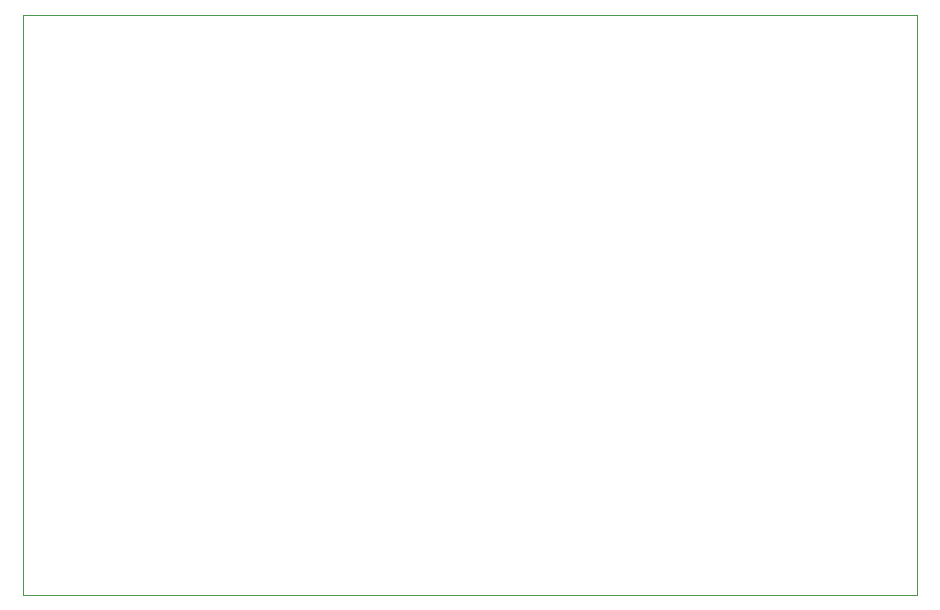
<source format=gm1>
%TF.GenerationSoftware,KiCad,Pcbnew,8.0.3-8.0.3-0~ubuntu23.10.1*%
%TF.CreationDate,2024-11-21T21:05:32-05:00*%
%TF.ProjectId,28mhz_class_e_amplifier_for_pi,32386d68-7a5f-4636-9c61-73735f655f61,alpha*%
%TF.SameCoordinates,Original*%
%TF.FileFunction,Profile,NP*%
%FSLAX46Y46*%
G04 Gerber Fmt 4.6, Leading zero omitted, Abs format (unit mm)*
G04 Created by KiCad (PCBNEW 8.0.3-8.0.3-0~ubuntu23.10.1) date 2024-11-21 21:05:32*
%MOMM*%
%LPD*%
G01*
G04 APERTURE LIST*
%TA.AperFunction,Profile*%
%ADD10C,0.050000*%
%TD*%
G04 APERTURE END LIST*
D10*
X104925000Y-55800000D02*
X180650000Y-55800000D01*
X180650000Y-104950000D01*
X104925000Y-104950000D01*
X104925000Y-55800000D01*
M02*

</source>
